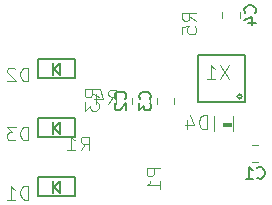
<source format=gbr>
%TF.GenerationSoftware,KiCad,Pcbnew,7.0.5.1-1-g8f565ef7f0-dirty-deb11*%
%TF.CreationDate,2023-07-08T00:44:33+00:00*%
%TF.ProjectId,USBI2C01,55534249-3243-4303-912e-6b696361645f,I2CUSB01A*%
%TF.SameCoordinates,Original*%
%TF.FileFunction,Legend,Bot*%
%TF.FilePolarity,Positive*%
%FSLAX46Y46*%
G04 Gerber Fmt 4.6, Leading zero omitted, Abs format (unit mm)*
G04 Created by KiCad (PCBNEW 7.0.5.1-1-g8f565ef7f0-dirty-deb11) date 2023-07-08 00:44:33*
%MOMM*%
%LPD*%
G01*
G04 APERTURE LIST*
%ADD10C,0.093472*%
%ADD11C,0.150000*%
%ADD12C,0.127000*%
%ADD13C,0.120000*%
%ADD14C,0.101600*%
G04 APERTURE END LIST*
D10*
%TO.C,D2*%
X135306980Y-105894274D02*
X135306980Y-104717746D01*
X135306980Y-104717746D02*
X135026854Y-104717746D01*
X135026854Y-104717746D02*
X134858779Y-104773771D01*
X134858779Y-104773771D02*
X134746728Y-104885821D01*
X134746728Y-104885821D02*
X134690703Y-104997871D01*
X134690703Y-104997871D02*
X134634678Y-105221972D01*
X134634678Y-105221972D02*
X134634678Y-105390047D01*
X134634678Y-105390047D02*
X134690703Y-105614148D01*
X134690703Y-105614148D02*
X134746728Y-105726198D01*
X134746728Y-105726198D02*
X134858779Y-105838249D01*
X134858779Y-105838249D02*
X135026854Y-105894274D01*
X135026854Y-105894274D02*
X135306980Y-105894274D01*
X134186477Y-104829796D02*
X134130452Y-104773771D01*
X134130452Y-104773771D02*
X134018402Y-104717746D01*
X134018402Y-104717746D02*
X133738276Y-104717746D01*
X133738276Y-104717746D02*
X133626226Y-104773771D01*
X133626226Y-104773771D02*
X133570200Y-104829796D01*
X133570200Y-104829796D02*
X133514175Y-104941846D01*
X133514175Y-104941846D02*
X133514175Y-105053897D01*
X133514175Y-105053897D02*
X133570200Y-105221972D01*
X133570200Y-105221972D02*
X134242502Y-105894274D01*
X134242502Y-105894274D02*
X133514175Y-105894274D01*
%TO.C,P1*%
X146500524Y-113243950D02*
X145323996Y-113243950D01*
X145323996Y-113243950D02*
X145323996Y-113692151D01*
X145323996Y-113692151D02*
X145380021Y-113804202D01*
X145380021Y-113804202D02*
X145436046Y-113860227D01*
X145436046Y-113860227D02*
X145548096Y-113916252D01*
X145548096Y-113916252D02*
X145716172Y-113916252D01*
X145716172Y-113916252D02*
X145828222Y-113860227D01*
X145828222Y-113860227D02*
X145884247Y-113804202D01*
X145884247Y-113804202D02*
X145940272Y-113692151D01*
X145940272Y-113692151D02*
X145940272Y-113243950D01*
X146500524Y-115036755D02*
X146500524Y-114364453D01*
X146500524Y-114700604D02*
X145323996Y-114700604D01*
X145323996Y-114700604D02*
X145492071Y-114588554D01*
X145492071Y-114588554D02*
X145604121Y-114476503D01*
X145604121Y-114476503D02*
X145660147Y-114364453D01*
%TO.C,R5*%
X149516774Y-100778771D02*
X148956522Y-100386595D01*
X149516774Y-100106469D02*
X148340246Y-100106469D01*
X148340246Y-100106469D02*
X148340246Y-100554670D01*
X148340246Y-100554670D02*
X148396271Y-100666721D01*
X148396271Y-100666721D02*
X148452296Y-100722746D01*
X148452296Y-100722746D02*
X148564346Y-100778771D01*
X148564346Y-100778771D02*
X148732422Y-100778771D01*
X148732422Y-100778771D02*
X148844472Y-100722746D01*
X148844472Y-100722746D02*
X148900497Y-100666721D01*
X148900497Y-100666721D02*
X148956522Y-100554670D01*
X148956522Y-100554670D02*
X148956522Y-100106469D01*
X148340246Y-101843249D02*
X148340246Y-101282997D01*
X148340246Y-101282997D02*
X148900497Y-101226972D01*
X148900497Y-101226972D02*
X148844472Y-101282997D01*
X148844472Y-101282997D02*
X148788447Y-101395048D01*
X148788447Y-101395048D02*
X148788447Y-101675173D01*
X148788447Y-101675173D02*
X148844472Y-101787224D01*
X148844472Y-101787224D02*
X148900497Y-101843249D01*
X148900497Y-101843249D02*
X149012547Y-101899274D01*
X149012547Y-101899274D02*
X149292673Y-101899274D01*
X149292673Y-101899274D02*
X149404723Y-101843249D01*
X149404723Y-101843249D02*
X149460749Y-101787224D01*
X149460749Y-101787224D02*
X149516774Y-101675173D01*
X149516774Y-101675173D02*
X149516774Y-101395048D01*
X149516774Y-101395048D02*
X149460749Y-101282997D01*
X149460749Y-101282997D02*
X149404723Y-101226972D01*
%TO.C,D1*%
X135306980Y-115894274D02*
X135306980Y-114717746D01*
X135306980Y-114717746D02*
X135026854Y-114717746D01*
X135026854Y-114717746D02*
X134858779Y-114773771D01*
X134858779Y-114773771D02*
X134746728Y-114885821D01*
X134746728Y-114885821D02*
X134690703Y-114997871D01*
X134690703Y-114997871D02*
X134634678Y-115221972D01*
X134634678Y-115221972D02*
X134634678Y-115390047D01*
X134634678Y-115390047D02*
X134690703Y-115614148D01*
X134690703Y-115614148D02*
X134746728Y-115726198D01*
X134746728Y-115726198D02*
X134858779Y-115838249D01*
X134858779Y-115838249D02*
X135026854Y-115894274D01*
X135026854Y-115894274D02*
X135306980Y-115894274D01*
X133514175Y-115894274D02*
X134186477Y-115894274D01*
X133850326Y-115894274D02*
X133850326Y-114717746D01*
X133850326Y-114717746D02*
X133962376Y-114885821D01*
X133962376Y-114885821D02*
X134074427Y-114997871D01*
X134074427Y-114997871D02*
X134186477Y-115053897D01*
%TO.C,R4*%
X142089678Y-107765524D02*
X142481854Y-107205272D01*
X142761980Y-107765524D02*
X142761980Y-106588996D01*
X142761980Y-106588996D02*
X142313779Y-106588996D01*
X142313779Y-106588996D02*
X142201728Y-106645021D01*
X142201728Y-106645021D02*
X142145703Y-106701046D01*
X142145703Y-106701046D02*
X142089678Y-106813096D01*
X142089678Y-106813096D02*
X142089678Y-106981172D01*
X142089678Y-106981172D02*
X142145703Y-107093222D01*
X142145703Y-107093222D02*
X142201728Y-107149247D01*
X142201728Y-107149247D02*
X142313779Y-107205272D01*
X142313779Y-107205272D02*
X142761980Y-107205272D01*
X141081226Y-106981172D02*
X141081226Y-107765524D01*
X141361351Y-106532971D02*
X141641477Y-107373348D01*
X141641477Y-107373348D02*
X140913150Y-107373348D01*
%TO.C,R3*%
X141261774Y-107248752D02*
X140701522Y-106856576D01*
X141261774Y-106576450D02*
X140085246Y-106576450D01*
X140085246Y-106576450D02*
X140085246Y-107024651D01*
X140085246Y-107024651D02*
X140141271Y-107136702D01*
X140141271Y-107136702D02*
X140197296Y-107192727D01*
X140197296Y-107192727D02*
X140309346Y-107248752D01*
X140309346Y-107248752D02*
X140477422Y-107248752D01*
X140477422Y-107248752D02*
X140589472Y-107192727D01*
X140589472Y-107192727D02*
X140645497Y-107136702D01*
X140645497Y-107136702D02*
X140701522Y-107024651D01*
X140701522Y-107024651D02*
X140701522Y-106576450D01*
X140085246Y-107640928D02*
X140085246Y-108369255D01*
X140085246Y-108369255D02*
X140533447Y-107977079D01*
X140533447Y-107977079D02*
X140533447Y-108145154D01*
X140533447Y-108145154D02*
X140589472Y-108257205D01*
X140589472Y-108257205D02*
X140645497Y-108313230D01*
X140645497Y-108313230D02*
X140757547Y-108369255D01*
X140757547Y-108369255D02*
X141037673Y-108369255D01*
X141037673Y-108369255D02*
X141149723Y-108313230D01*
X141149723Y-108313230D02*
X141205749Y-108257205D01*
X141205749Y-108257205D02*
X141261774Y-108145154D01*
X141261774Y-108145154D02*
X141261774Y-107809003D01*
X141261774Y-107809003D02*
X141205749Y-107696953D01*
X141205749Y-107696953D02*
X141149723Y-107640928D01*
D11*
%TO.C,C1*%
X154700266Y-114028180D02*
X154747885Y-114075800D01*
X154747885Y-114075800D02*
X154890742Y-114123419D01*
X154890742Y-114123419D02*
X154985980Y-114123419D01*
X154985980Y-114123419D02*
X155128837Y-114075800D01*
X155128837Y-114075800D02*
X155224075Y-113980561D01*
X155224075Y-113980561D02*
X155271694Y-113885323D01*
X155271694Y-113885323D02*
X155319313Y-113694847D01*
X155319313Y-113694847D02*
X155319313Y-113551990D01*
X155319313Y-113551990D02*
X155271694Y-113361514D01*
X155271694Y-113361514D02*
X155224075Y-113266276D01*
X155224075Y-113266276D02*
X155128837Y-113171038D01*
X155128837Y-113171038D02*
X154985980Y-113123419D01*
X154985980Y-113123419D02*
X154890742Y-113123419D01*
X154890742Y-113123419D02*
X154747885Y-113171038D01*
X154747885Y-113171038D02*
X154700266Y-113218657D01*
X153747885Y-114123419D02*
X154319313Y-114123419D01*
X154033599Y-114123419D02*
X154033599Y-113123419D01*
X154033599Y-113123419D02*
X154128837Y-113266276D01*
X154128837Y-113266276D02*
X154224075Y-113361514D01*
X154224075Y-113361514D02*
X154319313Y-113409133D01*
D10*
%TO.C,D3*%
X135306980Y-110894274D02*
X135306980Y-109717746D01*
X135306980Y-109717746D02*
X135026854Y-109717746D01*
X135026854Y-109717746D02*
X134858779Y-109773771D01*
X134858779Y-109773771D02*
X134746728Y-109885821D01*
X134746728Y-109885821D02*
X134690703Y-109997871D01*
X134690703Y-109997871D02*
X134634678Y-110221972D01*
X134634678Y-110221972D02*
X134634678Y-110390047D01*
X134634678Y-110390047D02*
X134690703Y-110614148D01*
X134690703Y-110614148D02*
X134746728Y-110726198D01*
X134746728Y-110726198D02*
X134858779Y-110838249D01*
X134858779Y-110838249D02*
X135026854Y-110894274D01*
X135026854Y-110894274D02*
X135306980Y-110894274D01*
X134242502Y-109717746D02*
X133514175Y-109717746D01*
X133514175Y-109717746D02*
X133906351Y-110165947D01*
X133906351Y-110165947D02*
X133738276Y-110165947D01*
X133738276Y-110165947D02*
X133626226Y-110221972D01*
X133626226Y-110221972D02*
X133570200Y-110277997D01*
X133570200Y-110277997D02*
X133514175Y-110390047D01*
X133514175Y-110390047D02*
X133514175Y-110670173D01*
X133514175Y-110670173D02*
X133570200Y-110782223D01*
X133570200Y-110782223D02*
X133626226Y-110838249D01*
X133626226Y-110838249D02*
X133738276Y-110894274D01*
X133738276Y-110894274D02*
X134074427Y-110894274D01*
X134074427Y-110894274D02*
X134186477Y-110838249D01*
X134186477Y-110838249D02*
X134242502Y-110782223D01*
D11*
%TO.C,C3*%
X145593180Y-107376933D02*
X145640800Y-107329314D01*
X145640800Y-107329314D02*
X145688419Y-107186457D01*
X145688419Y-107186457D02*
X145688419Y-107091219D01*
X145688419Y-107091219D02*
X145640800Y-106948362D01*
X145640800Y-106948362D02*
X145545561Y-106853124D01*
X145545561Y-106853124D02*
X145450323Y-106805505D01*
X145450323Y-106805505D02*
X145259847Y-106757886D01*
X145259847Y-106757886D02*
X145116990Y-106757886D01*
X145116990Y-106757886D02*
X144926514Y-106805505D01*
X144926514Y-106805505D02*
X144831276Y-106853124D01*
X144831276Y-106853124D02*
X144736038Y-106948362D01*
X144736038Y-106948362D02*
X144688419Y-107091219D01*
X144688419Y-107091219D02*
X144688419Y-107186457D01*
X144688419Y-107186457D02*
X144736038Y-107329314D01*
X144736038Y-107329314D02*
X144783657Y-107376933D01*
X144688419Y-107710267D02*
X144688419Y-108329314D01*
X144688419Y-108329314D02*
X145069371Y-107995981D01*
X145069371Y-107995981D02*
X145069371Y-108138838D01*
X145069371Y-108138838D02*
X145116990Y-108234076D01*
X145116990Y-108234076D02*
X145164609Y-108281695D01*
X145164609Y-108281695D02*
X145259847Y-108329314D01*
X145259847Y-108329314D02*
X145497942Y-108329314D01*
X145497942Y-108329314D02*
X145593180Y-108281695D01*
X145593180Y-108281695D02*
X145640800Y-108234076D01*
X145640800Y-108234076D02*
X145688419Y-108138838D01*
X145688419Y-108138838D02*
X145688419Y-107853124D01*
X145688419Y-107853124D02*
X145640800Y-107757886D01*
X145640800Y-107757886D02*
X145593180Y-107710267D01*
D10*
%TO.C,D4*%
X150429480Y-109940524D02*
X150429480Y-108763996D01*
X150429480Y-108763996D02*
X150149354Y-108763996D01*
X150149354Y-108763996D02*
X149981279Y-108820021D01*
X149981279Y-108820021D02*
X149869228Y-108932071D01*
X149869228Y-108932071D02*
X149813203Y-109044121D01*
X149813203Y-109044121D02*
X149757178Y-109268222D01*
X149757178Y-109268222D02*
X149757178Y-109436297D01*
X149757178Y-109436297D02*
X149813203Y-109660398D01*
X149813203Y-109660398D02*
X149869228Y-109772448D01*
X149869228Y-109772448D02*
X149981279Y-109884499D01*
X149981279Y-109884499D02*
X150149354Y-109940524D01*
X150149354Y-109940524D02*
X150429480Y-109940524D01*
X148748726Y-109156172D02*
X148748726Y-109940524D01*
X149028851Y-108707971D02*
X149308977Y-109548348D01*
X149308977Y-109548348D02*
X148580650Y-109548348D01*
%TO.C,X1*%
X152291530Y-104473996D02*
X151507178Y-105650524D01*
X151507178Y-104473996D02*
X152291530Y-105650524D01*
X150442700Y-105650524D02*
X151115002Y-105650524D01*
X150778851Y-105650524D02*
X150778851Y-104473996D01*
X150778851Y-104473996D02*
X150890901Y-104642071D01*
X150890901Y-104642071D02*
X151002952Y-104754121D01*
X151002952Y-104754121D02*
X151115002Y-104810147D01*
%TO.C,R1*%
X139747197Y-111734274D02*
X140139373Y-111174022D01*
X140419499Y-111734274D02*
X140419499Y-110557746D01*
X140419499Y-110557746D02*
X139971298Y-110557746D01*
X139971298Y-110557746D02*
X139859247Y-110613771D01*
X139859247Y-110613771D02*
X139803222Y-110669796D01*
X139803222Y-110669796D02*
X139747197Y-110781846D01*
X139747197Y-110781846D02*
X139747197Y-110949922D01*
X139747197Y-110949922D02*
X139803222Y-111061972D01*
X139803222Y-111061972D02*
X139859247Y-111117997D01*
X139859247Y-111117997D02*
X139971298Y-111174022D01*
X139971298Y-111174022D02*
X140419499Y-111174022D01*
X138626694Y-111734274D02*
X139298996Y-111734274D01*
X138962845Y-111734274D02*
X138962845Y-110557746D01*
X138962845Y-110557746D02*
X139074895Y-110725821D01*
X139074895Y-110725821D02*
X139186946Y-110837871D01*
X139186946Y-110837871D02*
X139298996Y-110893897D01*
D11*
%TO.C,C4*%
X154509430Y-100074433D02*
X154557050Y-100026814D01*
X154557050Y-100026814D02*
X154604669Y-99883957D01*
X154604669Y-99883957D02*
X154604669Y-99788719D01*
X154604669Y-99788719D02*
X154557050Y-99645862D01*
X154557050Y-99645862D02*
X154461811Y-99550624D01*
X154461811Y-99550624D02*
X154366573Y-99503005D01*
X154366573Y-99503005D02*
X154176097Y-99455386D01*
X154176097Y-99455386D02*
X154033240Y-99455386D01*
X154033240Y-99455386D02*
X153842764Y-99503005D01*
X153842764Y-99503005D02*
X153747526Y-99550624D01*
X153747526Y-99550624D02*
X153652288Y-99645862D01*
X153652288Y-99645862D02*
X153604669Y-99788719D01*
X153604669Y-99788719D02*
X153604669Y-99883957D01*
X153604669Y-99883957D02*
X153652288Y-100026814D01*
X153652288Y-100026814D02*
X153699907Y-100074433D01*
X153938002Y-100931576D02*
X154604669Y-100931576D01*
X153557050Y-100693481D02*
X154271335Y-100455386D01*
X154271335Y-100455386D02*
X154271335Y-101074433D01*
%TO.C,C2*%
X143529430Y-107376933D02*
X143577050Y-107329314D01*
X143577050Y-107329314D02*
X143624669Y-107186457D01*
X143624669Y-107186457D02*
X143624669Y-107091219D01*
X143624669Y-107091219D02*
X143577050Y-106948362D01*
X143577050Y-106948362D02*
X143481811Y-106853124D01*
X143481811Y-106853124D02*
X143386573Y-106805505D01*
X143386573Y-106805505D02*
X143196097Y-106757886D01*
X143196097Y-106757886D02*
X143053240Y-106757886D01*
X143053240Y-106757886D02*
X142862764Y-106805505D01*
X142862764Y-106805505D02*
X142767526Y-106853124D01*
X142767526Y-106853124D02*
X142672288Y-106948362D01*
X142672288Y-106948362D02*
X142624669Y-107091219D01*
X142624669Y-107091219D02*
X142624669Y-107186457D01*
X142624669Y-107186457D02*
X142672288Y-107329314D01*
X142672288Y-107329314D02*
X142719907Y-107376933D01*
X142719907Y-107757886D02*
X142672288Y-107805505D01*
X142672288Y-107805505D02*
X142624669Y-107900743D01*
X142624669Y-107900743D02*
X142624669Y-108138838D01*
X142624669Y-108138838D02*
X142672288Y-108234076D01*
X142672288Y-108234076D02*
X142719907Y-108281695D01*
X142719907Y-108281695D02*
X142815145Y-108329314D01*
X142815145Y-108329314D02*
X142910383Y-108329314D01*
X142910383Y-108329314D02*
X143053240Y-108281695D01*
X143053240Y-108281695D02*
X143624669Y-107710267D01*
X143624669Y-107710267D02*
X143624669Y-108329314D01*
D12*
%TO.C,D2*%
X137976100Y-104333600D02*
X137476100Y-104833600D01*
X137406100Y-104333600D02*
X137406100Y-105333600D01*
X139306100Y-104023600D02*
X139306100Y-105623600D01*
X139306100Y-105623600D02*
X136106100Y-105623600D01*
X136106100Y-105623600D02*
X136106100Y-104023600D01*
X137976100Y-104333600D02*
X137976100Y-105333600D01*
X136106100Y-104023600D02*
X139306100Y-104023600D01*
X137976100Y-105333600D02*
X137476100Y-104833600D01*
%TO.C,D1*%
X137976100Y-115333600D02*
X137476100Y-114833600D01*
X136106100Y-115623600D02*
X136106100Y-114023600D01*
X139306100Y-115623600D02*
X136106100Y-115623600D01*
X137976100Y-114333600D02*
X137476100Y-114833600D01*
X136106100Y-114023600D02*
X139306100Y-114023600D01*
X137976100Y-114333600D02*
X137976100Y-115333600D01*
X139306100Y-114023600D02*
X139306100Y-115623600D01*
X137406100Y-114333600D02*
X137406100Y-115333600D01*
D13*
%TO.C,C1*%
X154272348Y-112723600D02*
X154794852Y-112723600D01*
X154272348Y-111253600D02*
X154794852Y-111253600D01*
D12*
%TO.C,D3*%
X137976100Y-109333600D02*
X137976100Y-110333600D01*
X137976100Y-109333600D02*
X137476100Y-109833600D01*
X137406100Y-109333600D02*
X137406100Y-110333600D01*
X139306100Y-110623600D02*
X136106100Y-110623600D01*
X139306100Y-109023600D02*
X139306100Y-110623600D01*
X136106100Y-110623600D02*
X136106100Y-109023600D01*
X137976100Y-110333600D02*
X137476100Y-109833600D01*
X136106100Y-109023600D02*
X139306100Y-109023600D01*
D13*
%TO.C,C3*%
X147648600Y-107282348D02*
X147648600Y-107804852D01*
X146178600Y-107282348D02*
X146178600Y-107804852D01*
D14*
%TO.C,D4*%
X151034850Y-108848600D02*
X151034850Y-110048600D01*
X152634850Y-110048600D02*
X152634850Y-108848600D01*
G36*
X152584850Y-109773600D02*
G01*
X151834850Y-109773600D01*
X151834850Y-109448600D01*
X152584850Y-109448600D01*
X152584850Y-109773600D01*
G37*
D12*
%TO.C,X1*%
X149676100Y-103638600D02*
X153676100Y-103638600D01*
X153676100Y-107638600D02*
X149676100Y-107638600D01*
X149676100Y-107638600D02*
X149676100Y-103638600D01*
X153676100Y-103638600D02*
X153676100Y-107638600D01*
X153379703Y-107162600D02*
G75*
G03*
X153379703Y-107162600I-179603J0D01*
G01*
D13*
%TO.C,C4*%
X153204850Y-100502352D02*
X153204850Y-99979848D01*
X151734850Y-100502352D02*
X151734850Y-99979848D01*
%TO.C,C2*%
X145584850Y-107282348D02*
X145584850Y-107804852D01*
X144114850Y-107282348D02*
X144114850Y-107804852D01*
%TD*%
M02*

</source>
